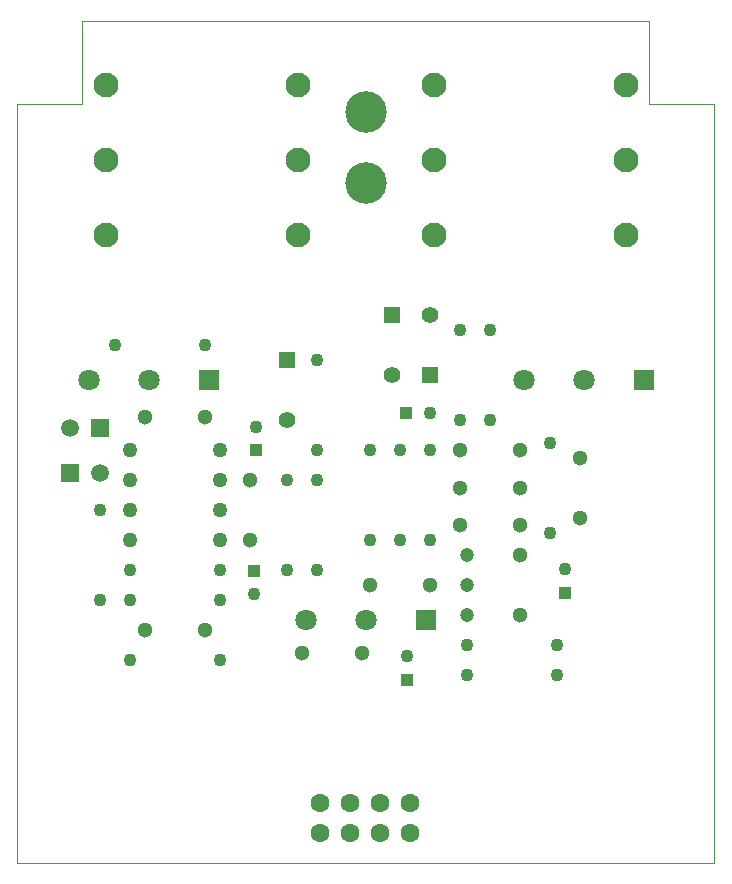
<source format=gbs>
G75*
%MOIN*%
%OFA0B0*%
%FSLAX25Y25*%
%IPPOS*%
%LPD*%
%AMOC8*
5,1,8,0,0,1.08239X$1,22.5*
%
%ADD10R,0.07087X0.07087*%
%ADD11C,0.07087*%
%ADD12C,0.00000*%
%ADD13C,0.08268*%
%ADD14C,0.05512*%
%ADD15R,0.05512X0.05512*%
%ADD16R,0.04331X0.04331*%
%ADD17C,0.04331*%
%ADD18C,0.13843*%
%ADD19C,0.06299*%
%ADD20C,0.05118*%
%ADD21C,0.05000*%
%ADD22C,0.05906*%
%ADD23R,0.05906X0.05906*%
%ADD24C,0.04724*%
D10*
X0068750Y0165163D03*
X0141250Y0085163D03*
X0213750Y0165163D03*
D11*
X0193750Y0165163D03*
X0173750Y0165163D03*
X0121250Y0085163D03*
X0101250Y0085163D03*
X0048750Y0165163D03*
X0028750Y0165163D03*
D12*
X0005000Y0004100D02*
X0237283Y0004100D01*
X0237283Y0257131D01*
X0215630Y0257131D01*
X0215630Y0284691D01*
X0026654Y0284691D01*
X0026654Y0257131D01*
X0005000Y0257131D01*
X0005000Y0004100D01*
D13*
X0034551Y0213350D03*
X0034551Y0238350D03*
X0034551Y0263350D03*
X0098449Y0263350D03*
X0098449Y0238350D03*
X0098449Y0213350D03*
X0143801Y0213350D03*
X0143801Y0238350D03*
X0143801Y0263350D03*
X0207699Y0263350D03*
X0207699Y0238350D03*
X0207699Y0213350D03*
D14*
X0142500Y0186600D03*
X0130000Y0166600D03*
X0095000Y0151600D03*
D15*
X0095000Y0171600D03*
X0130000Y0186600D03*
X0142500Y0166600D03*
D16*
X0134560Y0154100D03*
X0084500Y0141660D03*
X0083750Y0101540D03*
X0134995Y0065170D03*
X0187500Y0094160D03*
D17*
X0187500Y0102040D03*
X0182500Y0114100D03*
X0182500Y0144100D03*
X0162500Y0151600D03*
X0152500Y0151600D03*
X0142440Y0154100D03*
X0142500Y0141600D03*
X0132500Y0141600D03*
X0122500Y0141600D03*
X0105000Y0141600D03*
X0105000Y0131600D03*
X0095000Y0131600D03*
X0084500Y0149540D03*
X0105000Y0171600D03*
X0067500Y0176600D03*
X0037500Y0176600D03*
X0032500Y0121600D03*
X0042500Y0101600D03*
X0042500Y0091600D03*
X0032500Y0091600D03*
X0042500Y0071600D03*
X0072500Y0071600D03*
X0072500Y0091600D03*
X0072500Y0101600D03*
X0083750Y0093660D03*
X0095000Y0101600D03*
X0105000Y0101600D03*
X0122500Y0111600D03*
X0132500Y0111600D03*
X0142500Y0111600D03*
X0155000Y0076600D03*
X0155000Y0066600D03*
X0134998Y0073030D03*
X0185000Y0076600D03*
X0185000Y0066600D03*
X0162500Y0181600D03*
X0152500Y0181600D03*
D18*
X0121250Y0230663D03*
X0121250Y0254285D03*
D19*
X0126000Y0024100D03*
X0126000Y0014100D03*
X0116000Y0014100D03*
X0116000Y0024100D03*
X0106000Y0024100D03*
X0106000Y0014100D03*
X0136000Y0014100D03*
X0136000Y0024100D03*
D20*
X0120000Y0074100D03*
X0122500Y0096600D03*
X0142500Y0096600D03*
X0152500Y0116600D03*
X0152500Y0129100D03*
X0152500Y0141600D03*
X0172500Y0141600D03*
X0172500Y0129100D03*
X0172500Y0116600D03*
X0172500Y0106600D03*
X0172500Y0086600D03*
X0192500Y0119100D03*
X0192500Y0139100D03*
X0100000Y0074100D03*
X0067500Y0081600D03*
X0047500Y0081600D03*
X0082500Y0111600D03*
X0082500Y0131600D03*
X0067500Y0152850D03*
X0047500Y0152850D03*
D21*
X0042500Y0141600D03*
X0042500Y0131600D03*
X0042500Y0121600D03*
X0042500Y0111600D03*
X0072500Y0111600D03*
X0072500Y0121600D03*
X0072500Y0131600D03*
X0072500Y0141600D03*
D22*
X0032500Y0134100D03*
X0022500Y0149100D03*
D23*
X0032500Y0149100D03*
X0022500Y0134100D03*
D24*
X0155000Y0106600D03*
X0155000Y0096600D03*
X0155000Y0086600D03*
M02*

</source>
